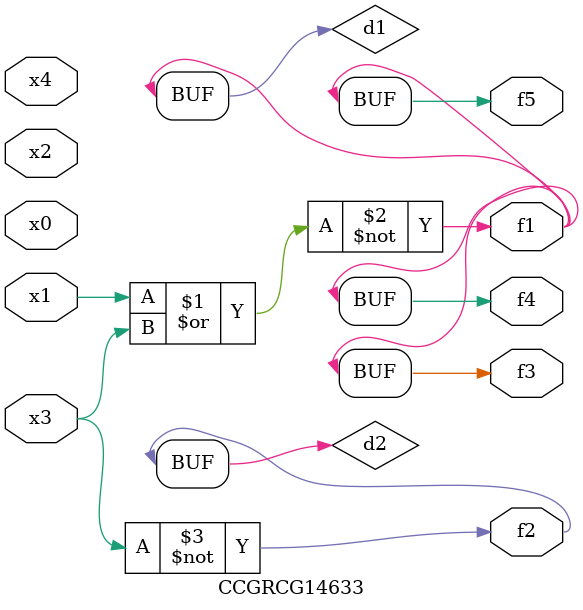
<source format=v>
module CCGRCG14633(
	input x0, x1, x2, x3, x4,
	output f1, f2, f3, f4, f5
);

	wire d1, d2;

	nor (d1, x1, x3);
	not (d2, x3);
	assign f1 = d1;
	assign f2 = d2;
	assign f3 = d1;
	assign f4 = d1;
	assign f5 = d1;
endmodule

</source>
